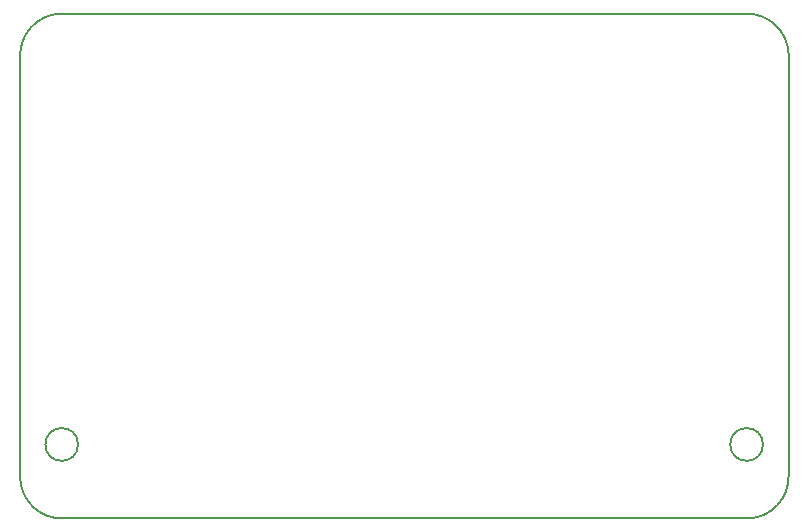
<source format=gm1>
G04 #@! TF.FileFunction,Profile,NP*
%FSLAX46Y46*%
G04 Gerber Fmt 4.6, Leading zero omitted, Abs format (unit mm)*
G04 Created by KiCad (PCBNEW 4.0.7) date 06/27/18 09:49:37*
%MOMM*%
%LPD*%
G01*
G04 APERTURE LIST*
%ADD10C,0.100000*%
%ADD11C,0.150000*%
G04 APERTURE END LIST*
D10*
D11*
X183783272Y-114909600D02*
G75*
G03X183783272Y-114909600I-1385872J0D01*
G01*
X125793500Y-114909600D02*
G75*
G03X125793500Y-114909600I-1385872J0D01*
G01*
X124256800Y-78435201D02*
G75*
G03X120890558Y-82103352I177058J-3541151D01*
G01*
X120891301Y-117806998D02*
G75*
G03X124559452Y-121173240I3541151J177058D01*
G01*
X182587900Y-121170699D02*
G75*
G03X185954142Y-117502548I-177058J3541151D01*
G01*
X185951251Y-81801442D02*
G75*
G03X182283100Y-78435200I-3541151J-177058D01*
G01*
X185951252Y-117502600D02*
X185951252Y-81801441D01*
X124559452Y-121173240D02*
X182587900Y-121173240D01*
X120891300Y-82103352D02*
X120891300Y-117806800D01*
X182283100Y-78435200D02*
X124256800Y-78435200D01*
M02*

</source>
